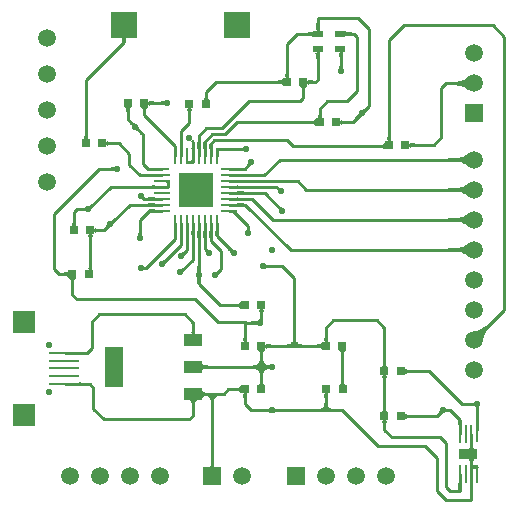
<source format=gtl>
G04*
G04 #@! TF.GenerationSoftware,Altium Limited,Altium Designer,18.1.7 (191)*
G04*
G04 Layer_Physical_Order=1*
G04 Layer_Color=255*
%FSLAX43Y43*%
%MOMM*%
G71*
G01*
G75*
%ADD19R,1.550X1.100*%
%ADD20R,1.550X3.450*%
%ADD21R,2.200X2.200*%
%ADD22R,0.850X0.600*%
%ADD23R,0.250X1.350*%
%ADD24R,1.350X0.250*%
%ADD25O,1.350X0.250*%
%ADD26R,1.900X1.900*%
%ADD27R,2.500X0.250*%
%ADD28R,0.762X0.762*%
%ADD29R,0.250X1.500*%
%ADD30O,0.250X1.500*%
%ADD31R,1.600X0.900*%
%ADD51C,0.230*%
%ADD52C,1.500*%
%ADD53R,3.000X3.000*%
%ADD54R,1.500X1.500*%
%ADD55R,1.500X1.500*%
%ADD56C,0.550*%
%ADD57C,0.580*%
%ADD58C,0.900*%
G36*
X27234Y41925D02*
X27248Y41740D01*
X27260Y41665D01*
X27275Y41601D01*
X27294Y41549D01*
X27317Y41509D01*
X27342Y41480D01*
X27372Y41463D01*
X27404Y41457D01*
X26830D01*
X26862Y41463D01*
X26892Y41480D01*
X26917Y41509D01*
X26940Y41549D01*
X26959Y41601D01*
X26974Y41665D01*
X26986Y41740D01*
X26995Y41827D01*
X27002Y42035D01*
X27232D01*
X27234Y41925D01*
D02*
G37*
G36*
X29442Y41418D02*
X29459Y41388D01*
X29488Y41363D01*
X29528Y41340D01*
X29580Y41321D01*
X29644Y41306D01*
X29719Y41294D01*
X29806Y41285D01*
X30014Y41278D01*
Y41048D01*
X29904Y41046D01*
X29719Y41032D01*
X29644Y41020D01*
X29580Y41005D01*
X29528Y40986D01*
X29488Y40963D01*
X29459Y40938D01*
X29442Y40908D01*
X29436Y40875D01*
Y41451D01*
X29442Y41418D01*
D02*
G37*
G36*
X26695Y40866D02*
X26689Y40898D01*
X26672Y40926D01*
X26643Y40951D01*
X26603Y40973D01*
X26551Y40991D01*
X26488Y41006D01*
X26413Y41018D01*
X26327Y41026D01*
X26120Y41033D01*
Y41263D01*
X26230Y41265D01*
X26414Y41279D01*
X26490Y41291D01*
X26553Y41306D01*
X26605Y41325D01*
X26646Y41348D01*
X26675Y41373D01*
X26692Y41403D01*
X26698Y41436D01*
X26695Y40866D01*
D02*
G37*
G36*
X10852Y40810D02*
X10843Y40800D01*
X10835Y40783D01*
X10828Y40759D01*
X10822Y40729D01*
X10817Y40692D01*
X10811Y40599D01*
X10809Y40478D01*
X10579D01*
X10578Y40542D01*
X10566Y40729D01*
X10560Y40759D01*
X10553Y40783D01*
X10545Y40800D01*
X10536Y40810D01*
X10526Y40813D01*
X10862D01*
X10852Y40810D01*
D02*
G37*
G36*
X29338Y39560D02*
X29308Y39543D01*
X29283Y39514D01*
X29260Y39474D01*
X29241Y39422D01*
X29226Y39359D01*
X29214Y39284D01*
X29205Y39198D01*
X29198Y38991D01*
X28968D01*
X28966Y39100D01*
X28952Y39284D01*
X28940Y39359D01*
X28925Y39422D01*
X28906Y39474D01*
X28883Y39514D01*
X28858Y39543D01*
X28828Y39560D01*
X28795Y39566D01*
X29371D01*
X29338Y39560D01*
D02*
G37*
G36*
X27372D02*
X27342Y39543D01*
X27317Y39514D01*
X27294Y39474D01*
X27275Y39422D01*
X27260Y39359D01*
X27248Y39284D01*
X27239Y39198D01*
X27232Y38991D01*
X27002D01*
X27000Y39100D01*
X26986Y39284D01*
X26974Y39359D01*
X26959Y39422D01*
X26940Y39474D01*
X26917Y39514D01*
X26892Y39543D01*
X26862Y39560D01*
X26830Y39566D01*
X27404D01*
X27372Y39560D01*
D02*
G37*
G36*
X29199Y38672D02*
X29218Y38359D01*
X29227Y38302D01*
X29237Y38255D01*
X29249Y38217D01*
X29262Y38188D01*
X29278Y38167D01*
X28888D01*
X28904Y38188D01*
X28917Y38217D01*
X28929Y38255D01*
X28939Y38302D01*
X28948Y38359D01*
X28961Y38497D01*
X28967Y38672D01*
X28968Y38773D01*
X29198D01*
X29199Y38672D01*
D02*
G37*
G36*
X24628Y37928D02*
X24642Y37744D01*
X24654Y37669D01*
X24669Y37606D01*
X24688Y37554D01*
X24711Y37514D01*
X24736Y37485D01*
X24766Y37468D01*
X24799Y37462D01*
X24223D01*
X24256Y37468D01*
X24286Y37485D01*
X24311Y37514D01*
X24334Y37554D01*
X24353Y37606D01*
X24368Y37669D01*
X24380Y37744D01*
X24389Y37830D01*
X24396Y38037D01*
X24626D01*
X24628Y37928D01*
D02*
G37*
G36*
X26289Y37339D02*
X26306Y37309D01*
X26335Y37284D01*
X26375Y37261D01*
X26427Y37242D01*
X26491Y37227D01*
X26566Y37215D01*
X26653Y37206D01*
X26861Y37199D01*
Y36969D01*
X26751Y36967D01*
X26566Y36953D01*
X26491Y36941D01*
X26427Y36926D01*
X26375Y36907D01*
X26335Y36884D01*
X26306Y36859D01*
X26289Y36829D01*
X26283Y36797D01*
Y37371D01*
X26289Y37339D01*
D02*
G37*
G36*
X24136Y36797D02*
X24130Y36829D01*
X24113Y36859D01*
X24084Y36884D01*
X24044Y36907D01*
X23992Y36926D01*
X23928Y36941D01*
X23853Y36953D01*
X23766Y36962D01*
X23558Y36969D01*
Y37199D01*
X23668Y37201D01*
X23853Y37215D01*
X23928Y37227D01*
X23992Y37242D01*
X24044Y37261D01*
X24084Y37284D01*
X24113Y37309D01*
X24130Y37339D01*
X24136Y37371D01*
Y36797D01*
D02*
G37*
G36*
X39856Y36426D02*
X39764Y36505D01*
X39654Y36576D01*
X39527Y36638D01*
X39382Y36692D01*
X39220Y36738D01*
X39040Y36775D01*
X38843Y36805D01*
X38395Y36838D01*
X38145Y36842D01*
Y37072D01*
X38395Y37076D01*
X38843Y37109D01*
X39040Y37139D01*
X39220Y37176D01*
X39382Y37222D01*
X39527Y37276D01*
X39654Y37338D01*
X39764Y37409D01*
X39856Y37488D01*
Y36426D01*
D02*
G37*
G36*
X26163Y36703D02*
X26133Y36686D01*
X26108Y36657D01*
X26085Y36617D01*
X26066Y36565D01*
X26051Y36501D01*
X26039Y36426D01*
X26030Y36339D01*
X26023Y36131D01*
X25793D01*
X25791Y36241D01*
X25777Y36426D01*
X25765Y36501D01*
X25750Y36565D01*
X25731Y36617D01*
X25708Y36657D01*
X25683Y36686D01*
X25653Y36703D01*
X25621Y36709D01*
X26195D01*
X26163Y36703D01*
D02*
G37*
G36*
X17797Y36022D02*
X17811Y35837D01*
X17823Y35762D01*
X17838Y35698D01*
X17857Y35646D01*
X17880Y35606D01*
X17905Y35577D01*
X17935Y35560D01*
X17968Y35554D01*
X17392D01*
X17425Y35560D01*
X17455Y35577D01*
X17480Y35606D01*
X17503Y35646D01*
X17522Y35698D01*
X17537Y35762D01*
X17549Y35837D01*
X17558Y35924D01*
X17565Y36132D01*
X17795D01*
X17797Y36022D01*
D02*
G37*
G36*
X14157Y35111D02*
X14136Y35127D01*
X14107Y35140D01*
X14069Y35152D01*
X14022Y35162D01*
X13965Y35171D01*
X13827Y35184D01*
X13652Y35190D01*
X13551Y35191D01*
Y35421D01*
X13652Y35422D01*
X13965Y35441D01*
X14022Y35450D01*
X14069Y35460D01*
X14107Y35472D01*
X14136Y35485D01*
X14157Y35501D01*
Y35111D01*
D02*
G37*
G36*
X12827Y35561D02*
X12844Y35531D01*
X12873Y35506D01*
X12913Y35483D01*
X12965Y35464D01*
X13029Y35449D01*
X13104Y35437D01*
X13191Y35428D01*
X13399Y35421D01*
Y35191D01*
X13289Y35189D01*
X13104Y35175D01*
X13029Y35163D01*
X12965Y35148D01*
X12913Y35129D01*
X12873Y35106D01*
X12844Y35081D01*
X12827Y35051D01*
X12821Y35019D01*
Y35593D01*
X12827Y35561D01*
D02*
G37*
G36*
X31482Y34901D02*
X31412Y34829D01*
X31204Y34594D01*
X31170Y34548D01*
X31144Y34508D01*
X31125Y34472D01*
X31114Y34442D01*
X31111Y34417D01*
X30835Y34692D01*
X30861Y34696D01*
X30891Y34707D01*
X30926Y34725D01*
X30967Y34752D01*
X31013Y34785D01*
X31120Y34874D01*
X31248Y34993D01*
X31320Y35064D01*
X31482Y34901D01*
D02*
G37*
G36*
X12701Y34922D02*
X12671Y34905D01*
X12646Y34876D01*
X12623Y34836D01*
X12604Y34784D01*
X12589Y34721D01*
X12577Y34646D01*
X12568Y34560D01*
X12561Y34353D01*
X12331D01*
X12329Y34462D01*
X12315Y34646D01*
X12303Y34721D01*
X12288Y34784D01*
X12269Y34836D01*
X12246Y34876D01*
X12221Y34905D01*
X12191Y34922D01*
X12158Y34928D01*
X12733D01*
X12701Y34922D01*
D02*
G37*
G36*
X11304D02*
X11274Y34905D01*
X11249Y34876D01*
X11226Y34836D01*
X11207Y34784D01*
X11192Y34721D01*
X11180Y34646D01*
X11171Y34560D01*
X11164Y34353D01*
X10934D01*
X10932Y34462D01*
X10918Y34646D01*
X10906Y34721D01*
X10891Y34784D01*
X10872Y34836D01*
X10849Y34876D01*
X10824Y34905D01*
X10794Y34922D01*
X10762Y34928D01*
X11337D01*
X11304Y34922D01*
D02*
G37*
G36*
X16511Y34795D02*
X16481Y34778D01*
X16456Y34749D01*
X16433Y34709D01*
X16414Y34657D01*
X16399Y34594D01*
X16387Y34519D01*
X16378Y34433D01*
X16371Y34226D01*
X16141D01*
X16139Y34335D01*
X16125Y34519D01*
X16113Y34594D01*
X16098Y34657D01*
X16079Y34709D01*
X16056Y34749D01*
X16031Y34778D01*
X16001Y34795D01*
X15969Y34801D01*
X16544D01*
X16511Y34795D01*
D02*
G37*
G36*
X27422Y34498D02*
X27436Y34313D01*
X27448Y34238D01*
X27463Y34174D01*
X27482Y34122D01*
X27505Y34082D01*
X27530Y34053D01*
X27560Y34036D01*
X27593Y34030D01*
X27017D01*
X27050Y34036D01*
X27080Y34053D01*
X27105Y34082D01*
X27128Y34122D01*
X27147Y34174D01*
X27162Y34238D01*
X27174Y34313D01*
X27183Y34400D01*
X27190Y34608D01*
X27420D01*
X27422Y34498D01*
D02*
G37*
G36*
X30836Y34142D02*
X30811Y34138D01*
X30780Y34127D01*
X30745Y34109D01*
X30704Y34082D01*
X30658Y34049D01*
X30551Y33960D01*
X30423Y33841D01*
X30351Y33770D01*
X30189Y33933D01*
X30259Y34005D01*
X30468Y34240D01*
X30501Y34286D01*
X30527Y34326D01*
X30546Y34362D01*
X30557Y34392D01*
X30561Y34417D01*
X30836Y34142D01*
D02*
G37*
G36*
X29083Y33910D02*
X29100Y33880D01*
X29129Y33855D01*
X29169Y33832D01*
X29221Y33813D01*
X29285Y33798D01*
X29360Y33786D01*
X29447Y33777D01*
X29655Y33770D01*
Y33540D01*
X29545Y33538D01*
X29360Y33524D01*
X29285Y33512D01*
X29221Y33497D01*
X29169Y33478D01*
X29129Y33455D01*
X29100Y33430D01*
X29083Y33400D01*
X29077Y33368D01*
Y33943D01*
X29083Y33910D01*
D02*
G37*
G36*
X26930Y33368D02*
X26924Y33400D01*
X26907Y33430D01*
X26878Y33455D01*
X26838Y33478D01*
X26786Y33497D01*
X26722Y33512D01*
X26647Y33524D01*
X26560Y33533D01*
X26352Y33540D01*
Y33770D01*
X26462Y33772D01*
X26647Y33786D01*
X26722Y33798D01*
X26786Y33813D01*
X26838Y33832D01*
X26878Y33855D01*
X26907Y33880D01*
X26924Y33910D01*
X26930Y33943D01*
Y33368D01*
D02*
G37*
G36*
X11272Y33850D02*
X11507Y33642D01*
X11553Y33609D01*
X11593Y33583D01*
X11629Y33564D01*
X11659Y33553D01*
X11684Y33549D01*
X11409Y33274D01*
X11405Y33299D01*
X11394Y33329D01*
X11375Y33365D01*
X11349Y33405D01*
X11316Y33451D01*
X11227Y33558D01*
X11108Y33686D01*
X11037Y33758D01*
X11200Y33921D01*
X11272Y33850D01*
D02*
G37*
G36*
X11963Y33249D02*
X11974Y33219D01*
X11993Y33183D01*
X12019Y33143D01*
X12052Y33097D01*
X12141Y32990D01*
X12260Y32862D01*
X12331Y32790D01*
X12168Y32627D01*
X12096Y32698D01*
X11861Y32906D01*
X11815Y32939D01*
X11775Y32965D01*
X11739Y32984D01*
X11709Y32995D01*
X11684Y32999D01*
X11959Y33274D01*
X11963Y33249D01*
D02*
G37*
G36*
X7610Y32720D02*
X7624Y32535D01*
X7636Y32460D01*
X7651Y32396D01*
X7670Y32344D01*
X7693Y32304D01*
X7718Y32275D01*
X7748Y32258D01*
X7780Y32252D01*
X7206D01*
X7238Y32258D01*
X7268Y32275D01*
X7293Y32304D01*
X7316Y32344D01*
X7335Y32396D01*
X7350Y32460D01*
X7362Y32535D01*
X7371Y32622D01*
X7378Y32830D01*
X7608D01*
X7610Y32720D01*
D02*
G37*
G36*
X33264Y32593D02*
X33278Y32408D01*
X33290Y32333D01*
X33305Y32269D01*
X33324Y32217D01*
X33347Y32177D01*
X33372Y32148D01*
X33402Y32131D01*
X33435Y32125D01*
X32860D01*
X32892Y32131D01*
X32922Y32148D01*
X32947Y32177D01*
X32970Y32217D01*
X32989Y32269D01*
X33004Y32333D01*
X33016Y32408D01*
X33025Y32495D01*
X33032Y32703D01*
X33262D01*
X33264Y32593D01*
D02*
G37*
G36*
X9271Y32132D02*
X9288Y32102D01*
X9317Y32077D01*
X9357Y32054D01*
X9409Y32035D01*
X9473Y32020D01*
X9548Y32008D01*
X9635Y31999D01*
X9843Y31992D01*
Y31762D01*
X9733Y31760D01*
X9548Y31746D01*
X9473Y31734D01*
X9409Y31719D01*
X9357Y31700D01*
X9317Y31677D01*
X9288Y31652D01*
X9271Y31622D01*
X9265Y31590D01*
Y32165D01*
X9271Y32132D01*
D02*
G37*
G36*
X34925Y32005D02*
X34942Y31975D01*
X34971Y31950D01*
X35011Y31927D01*
X35063Y31908D01*
X35127Y31893D01*
X35202Y31881D01*
X35289Y31872D01*
X35497Y31865D01*
Y31635D01*
X35387Y31633D01*
X35202Y31619D01*
X35127Y31607D01*
X35063Y31592D01*
X35011Y31573D01*
X34971Y31550D01*
X34942Y31525D01*
X34925Y31495D01*
X34919Y31462D01*
Y32037D01*
X34925Y32005D01*
D02*
G37*
G36*
X18167Y31441D02*
X17923D01*
X17924Y31445D01*
X17926Y31457D01*
X17927Y31505D01*
X17930Y31839D01*
X18160D01*
X18167Y31441D01*
D02*
G37*
G36*
X17667D02*
X17423D01*
X17424Y31447D01*
X17426Y31464D01*
X17429Y31723D01*
X17430Y32016D01*
X17660D01*
X17667Y31441D01*
D02*
G37*
G36*
X17167D02*
X16923D01*
X16924Y31447D01*
X16926Y31464D01*
X16929Y31723D01*
X16930Y32016D01*
X17160D01*
X17167Y31441D01*
D02*
G37*
G36*
X16667D02*
X16423D01*
X16424Y31447D01*
X16426Y31464D01*
X16429Y31723D01*
X16430Y32016D01*
X16660D01*
X16667Y31441D01*
D02*
G37*
G36*
X15667D02*
X15423D01*
X15424Y31447D01*
X15426Y31464D01*
X15429Y31723D01*
X15430Y32016D01*
X15660D01*
X15667Y31441D01*
D02*
G37*
G36*
X15167D02*
X14923D01*
X14924Y31443D01*
X14926Y31451D01*
X14927Y31463D01*
X14929Y31563D01*
X14930Y31691D01*
X15160D01*
X15167Y31441D01*
D02*
G37*
G36*
X32769Y31372D02*
X32763Y31398D01*
X32746Y31421D01*
X32717Y31441D01*
X32677Y31459D01*
X32625Y31474D01*
X32562Y31486D01*
X32487Y31496D01*
X32303Y31507D01*
X32194Y31508D01*
Y31738D01*
X32304Y31740D01*
X32488Y31754D01*
X32564Y31766D01*
X32627Y31781D01*
X32679Y31800D01*
X32720Y31823D01*
X32749Y31848D01*
X32766Y31878D01*
X32772Y31910D01*
X32769Y31372D01*
D02*
G37*
G36*
X20888Y31174D02*
X20867Y31190D01*
X20838Y31203D01*
X20800Y31215D01*
X20753Y31225D01*
X20696Y31234D01*
X20558Y31247D01*
X20383Y31253D01*
X20282Y31254D01*
Y31484D01*
X20383Y31485D01*
X20696Y31504D01*
X20753Y31513D01*
X20800Y31523D01*
X20838Y31535D01*
X20867Y31548D01*
X20888Y31564D01*
Y31174D01*
D02*
G37*
G36*
X19242Y31254D02*
X19132Y31252D01*
X18948Y31238D01*
X18873Y31226D01*
X18809Y31211D01*
X18757Y31192D01*
X18717Y31169D01*
X18687Y31144D01*
X18670Y31114D01*
X18664Y31081D01*
X18667Y31441D01*
X18673Y31449D01*
X18690Y31456D01*
X18719Y31463D01*
X18759Y31469D01*
X18874Y31477D01*
X19242Y31484D01*
Y31254D01*
D02*
G37*
G36*
X16425Y30379D02*
X16473Y30377D01*
X16545Y30376D01*
Y30146D01*
X16473Y30146D01*
X16423Y30142D01*
X16423Y30097D01*
X16419Y30106D01*
X16408Y30115D01*
X16389Y30122D01*
X16363Y30128D01*
X16329Y30134D01*
X16318Y30135D01*
X16227Y30128D01*
X16201Y30122D01*
X16182Y30115D01*
X16171Y30106D01*
X16167Y30097D01*
X16167Y30144D01*
X16117Y30146D01*
X16045Y30146D01*
Y30376D01*
X16117Y30377D01*
X16165Y30380D01*
X16164Y30450D01*
X16168Y30436D01*
X16179Y30423D01*
X16198Y30412D01*
X16225Y30403D01*
X16260Y30395D01*
X16295Y30389D01*
X16331Y30395D01*
X16365Y30403D01*
X16392Y30412D01*
X16411Y30423D01*
X16422Y30436D01*
X16426Y30450D01*
X16425Y30379D01*
D02*
G37*
G36*
X39856Y29953D02*
X39764Y30032D01*
X39654Y30103D01*
X39527Y30165D01*
X39382Y30219D01*
X39220Y30265D01*
X39040Y30302D01*
X38843Y30332D01*
X38395Y30365D01*
X38145Y30369D01*
Y30599D01*
X38395Y30603D01*
X38843Y30636D01*
X39040Y30666D01*
X39220Y30703D01*
X39382Y30749D01*
X39527Y30803D01*
X39654Y30865D01*
X39764Y30936D01*
X39856Y31015D01*
Y29953D01*
D02*
G37*
G36*
X21502Y29986D02*
X21476Y29982D01*
X21445Y29971D01*
X21409Y29952D01*
X21367Y29926D01*
X21321Y29892D01*
X21213Y29803D01*
X21085Y29684D01*
X21014Y29614D01*
X20867Y29761D01*
Y29579D01*
X20292Y29572D01*
Y29816D01*
X20298Y29815D01*
X20315Y29813D01*
X20574Y29810D01*
X20867Y29809D01*
Y29793D01*
X20921Y29848D01*
X21129Y30084D01*
X21163Y30130D01*
X21189Y30172D01*
X21208Y30208D01*
X21219Y30239D01*
X21223Y30265D01*
X21502Y29986D01*
D02*
G37*
G36*
X13420Y29570D02*
X13405Y29571D01*
X13380Y29573D01*
X12797Y29579D01*
Y29809D01*
X13420Y29818D01*
Y29570D01*
D02*
G37*
G36*
X9966Y29523D02*
X9945Y29539D01*
X9916Y29552D01*
X9878Y29564D01*
X9831Y29574D01*
X9774Y29583D01*
X9636Y29596D01*
X9461Y29602D01*
X9360Y29603D01*
Y29833D01*
X9461Y29834D01*
X9774Y29853D01*
X9831Y29862D01*
X9878Y29872D01*
X9916Y29884D01*
X9945Y29897D01*
X9966Y29913D01*
Y29523D01*
D02*
G37*
G36*
X20298Y29315D02*
X20315Y29313D01*
X20574Y29310D01*
X20867Y29309D01*
Y29079D01*
X20292Y29072D01*
Y29316D01*
X20298Y29315D01*
D02*
G37*
G36*
X13298Y29072D02*
X13292Y29073D01*
X13275Y29075D01*
X13016Y29078D01*
X12723Y29079D01*
Y29309D01*
X13298Y29316D01*
Y29072D01*
D02*
G37*
G36*
X14593Y28622D02*
X14597Y28572D01*
X14642Y28572D01*
X14633Y28568D01*
X14624Y28557D01*
X14617Y28538D01*
X14611Y28512D01*
X14605Y28478D01*
X14604Y28467D01*
X14611Y28376D01*
X14617Y28350D01*
X14624Y28331D01*
X14633Y28320D01*
X14642Y28316D01*
X14595Y28316D01*
X14593Y28266D01*
X14593Y28194D01*
X14363D01*
X14362Y28266D01*
X14359Y28314D01*
X14289Y28313D01*
X14303Y28317D01*
X14316Y28328D01*
X14327Y28347D01*
X14336Y28374D01*
X14344Y28409D01*
X14350Y28444D01*
X14344Y28479D01*
X14336Y28514D01*
X14327Y28541D01*
X14316Y28560D01*
X14303Y28571D01*
X14289Y28575D01*
X14360Y28574D01*
X14362Y28622D01*
X14363Y28694D01*
X14593D01*
X14593Y28622D01*
D02*
G37*
G36*
X20298Y28815D02*
X20315Y28813D01*
X20574Y28810D01*
X20867Y28809D01*
Y28579D01*
X20292Y28572D01*
Y28816D01*
X20298Y28815D01*
D02*
G37*
G36*
Y28315D02*
X20315Y28313D01*
X20574Y28310D01*
X20867Y28309D01*
Y28079D01*
X20292Y28072D01*
Y28316D01*
X20298Y28315D01*
D02*
G37*
G36*
X13298Y28072D02*
X13292Y28073D01*
X13275Y28075D01*
X13016Y28078D01*
X12723Y28079D01*
Y28309D01*
X13298Y28316D01*
Y28072D01*
D02*
G37*
G36*
X20298Y27815D02*
X20315Y27813D01*
X20574Y27810D01*
X20867Y27809D01*
Y27579D01*
X20292Y27572D01*
Y27816D01*
X20298Y27815D01*
D02*
G37*
G36*
X39856Y27413D02*
X39764Y27492D01*
X39654Y27563D01*
X39527Y27625D01*
X39382Y27679D01*
X39220Y27725D01*
X39040Y27762D01*
X38843Y27792D01*
X38395Y27825D01*
X38145Y27829D01*
Y28059D01*
X38395Y28063D01*
X38843Y28096D01*
X39040Y28126D01*
X39220Y28163D01*
X39382Y28209D01*
X39527Y28263D01*
X39654Y28325D01*
X39764Y28396D01*
X39856Y28475D01*
Y27413D01*
D02*
G37*
G36*
X13298Y27072D02*
X13292Y27073D01*
X13275Y27075D01*
X13016Y27078D01*
X12723Y27079D01*
Y27309D01*
X13298Y27316D01*
Y27072D01*
D02*
G37*
G36*
X20298Y27309D02*
X20315Y27302D01*
X20344Y27296D01*
X20384Y27291D01*
X20499Y27283D01*
X20867Y27277D01*
Y27047D01*
X20292Y27072D01*
Y27316D01*
X20298Y27309D01*
D02*
G37*
G36*
X13298Y26572D02*
X13292Y26573D01*
X13275Y26575D01*
X13016Y26578D01*
X12723Y26579D01*
Y26809D01*
X13298Y26816D01*
Y26572D01*
D02*
G37*
G36*
X20298Y26812D02*
X20315Y26808D01*
X20344Y26804D01*
X20436Y26799D01*
X20867Y26793D01*
Y26563D01*
X20292Y26572D01*
Y26816D01*
X20298Y26812D01*
D02*
G37*
G36*
X8343Y26773D02*
X8273Y26701D01*
X8064Y26466D01*
X8031Y26420D01*
X8005Y26380D01*
X7986Y26344D01*
X7975Y26314D01*
X7971Y26289D01*
X7696Y26564D01*
X7721Y26568D01*
X7752Y26579D01*
X7787Y26597D01*
X7828Y26624D01*
X7874Y26657D01*
X7981Y26746D01*
X8109Y26865D01*
X8181Y26936D01*
X8343Y26773D01*
D02*
G37*
G36*
X23718Y26770D02*
X23953Y26562D01*
X23999Y26529D01*
X24039Y26503D01*
X24075Y26484D01*
X24105Y26473D01*
X24130Y26469D01*
X23855Y26194D01*
X23851Y26219D01*
X23840Y26249D01*
X23822Y26285D01*
X23795Y26325D01*
X23762Y26371D01*
X23673Y26478D01*
X23554Y26606D01*
X23483Y26678D01*
X23646Y26841D01*
X23718Y26770D01*
D02*
G37*
G36*
X7502Y26094D02*
X7482Y26110D01*
X7452Y26123D01*
X7414Y26135D01*
X7367Y26145D01*
X7311Y26154D01*
X7172Y26167D01*
X6997Y26173D01*
X6897Y26174D01*
Y26404D01*
X6997Y26405D01*
X7311Y26424D01*
X7367Y26433D01*
X7414Y26443D01*
X7452Y26455D01*
X7482Y26468D01*
X7502Y26484D01*
Y26094D01*
D02*
G37*
G36*
X13298Y26072D02*
X13294Y26073D01*
X13280Y26075D01*
X13228Y26076D01*
X12859Y26079D01*
Y26309D01*
X13298Y26316D01*
Y26072D01*
D02*
G37*
G36*
X20258Y26229D02*
X20241Y26205D01*
X20239Y26171D01*
X20252Y26127D01*
X20278Y26074D01*
X20319Y26012D01*
X20374Y25939D01*
X20528Y25766D01*
X20627Y25665D01*
X20301D01*
X20212Y25752D01*
X19976Y25952D01*
X19909Y25998D01*
X19846Y26034D01*
X19789Y26059D01*
X19738Y26075D01*
X19692Y26080D01*
X19651Y26075D01*
X20289Y26244D01*
X20258Y26229D01*
D02*
G37*
G36*
X10172Y25503D02*
X10101Y25431D01*
X9893Y25196D01*
X9860Y25150D01*
X9833Y25110D01*
X9815Y25074D01*
X9804Y25044D01*
X9800Y25019D01*
X9525Y25294D01*
X9550Y25298D01*
X9580Y25309D01*
X9616Y25327D01*
X9656Y25354D01*
X9702Y25387D01*
X9809Y25476D01*
X9937Y25595D01*
X10009Y25666D01*
X10172Y25503D01*
D02*
G37*
G36*
X6594Y25354D02*
X6608Y25169D01*
X6620Y25094D01*
X6635Y25030D01*
X6654Y24978D01*
X6677Y24938D01*
X6702Y24909D01*
X6732Y24892D01*
X6765Y24886D01*
X6189D01*
X6222Y24892D01*
X6252Y24909D01*
X6277Y24938D01*
X6300Y24978D01*
X6319Y25030D01*
X6334Y25094D01*
X6346Y25169D01*
X6355Y25256D01*
X6362Y25464D01*
X6592D01*
X6594Y25354D01*
D02*
G37*
G36*
X39856Y24873D02*
X39764Y24952D01*
X39654Y25023D01*
X39527Y25085D01*
X39382Y25139D01*
X39220Y25185D01*
X39040Y25222D01*
X38843Y25252D01*
X38395Y25285D01*
X38145Y25289D01*
Y25519D01*
X38395Y25523D01*
X38843Y25556D01*
X39040Y25586D01*
X39220Y25623D01*
X39382Y25669D01*
X39527Y25723D01*
X39654Y25785D01*
X39764Y25856D01*
X39856Y25935D01*
Y24873D01*
D02*
G37*
G36*
X21324Y24843D02*
X21344Y24535D01*
X21350Y24510D01*
X21357Y24493D01*
X21364Y24484D01*
X21054D01*
X21061Y24493D01*
X21068Y24510D01*
X21074Y24535D01*
X21079Y24567D01*
X21088Y24654D01*
X21094Y24843D01*
X21094Y24921D01*
X21324D01*
X21324Y24843D01*
D02*
G37*
G36*
X9502Y24745D02*
X9483Y24743D01*
X9460Y24735D01*
X9431Y24719D01*
X9398Y24698D01*
X9360Y24670D01*
X9270Y24593D01*
X9098Y24430D01*
X8936Y24592D01*
X8997Y24654D01*
X9204Y24892D01*
X9225Y24925D01*
X9241Y24954D01*
X9249Y24977D01*
X9251Y24996D01*
X9502Y24745D01*
D02*
G37*
G36*
X8255Y24766D02*
X8272Y24736D01*
X8301Y24711D01*
X8341Y24688D01*
X8393Y24669D01*
X8457Y24654D01*
X8532Y24642D01*
X8619Y24633D01*
X8827Y24626D01*
Y24396D01*
X8717Y24394D01*
X8532Y24380D01*
X8457Y24368D01*
X8393Y24353D01*
X8341Y24334D01*
X8301Y24311D01*
X8272Y24286D01*
X8255Y24256D01*
X8249Y24223D01*
Y24799D01*
X8255Y24766D01*
D02*
G37*
G36*
X12181Y24575D02*
X12200Y24262D01*
X12209Y24205D01*
X12219Y24158D01*
X12231Y24120D01*
X12244Y24091D01*
X12260Y24070D01*
X11870D01*
X11886Y24091D01*
X11899Y24120D01*
X11911Y24158D01*
X11921Y24205D01*
X11930Y24262D01*
X11943Y24400D01*
X11949Y24575D01*
X11950Y24676D01*
X12180D01*
X12181Y24575D01*
D02*
G37*
G36*
X18666Y24443D02*
X18664Y24431D01*
X18663Y24384D01*
X18660Y24051D01*
X18430D01*
X18423Y24447D01*
X18667D01*
X18666Y24443D01*
D02*
G37*
G36*
X18166Y24441D02*
X18164Y24424D01*
X18161Y24165D01*
X18160Y23872D01*
X17930D01*
X17923Y24447D01*
X18167D01*
X18166Y24441D01*
D02*
G37*
G36*
X17666D02*
X17664Y24424D01*
X17661Y24165D01*
X17660Y23872D01*
X17430D01*
X17423Y24447D01*
X17667D01*
X17666Y24441D01*
D02*
G37*
G36*
X17163D02*
X17159Y24424D01*
X17155Y24395D01*
X17150Y24303D01*
X17144Y23872D01*
X16914D01*
X16923Y24447D01*
X17167D01*
X17163Y24441D01*
D02*
G37*
G36*
X16666D02*
X16664Y24424D01*
X16661Y24165D01*
X16660Y23872D01*
X16430D01*
X16423Y24447D01*
X16667D01*
X16666Y24441D01*
D02*
G37*
G36*
X16166D02*
X16164Y24424D01*
X16161Y24165D01*
X16160Y23872D01*
X15930D01*
X15923Y24447D01*
X16167D01*
X16166Y24441D01*
D02*
G37*
G36*
X15666D02*
X15664Y24424D01*
X15661Y24165D01*
X15660Y23872D01*
X15430D01*
X15423Y24447D01*
X15667D01*
X15666Y24441D01*
D02*
G37*
G36*
X15166D02*
X15164Y24424D01*
X15161Y24165D01*
X15160Y23872D01*
X14930D01*
X14923Y24447D01*
X15167D01*
X15166Y24441D01*
D02*
G37*
G36*
X8129Y24127D02*
X8099Y24110D01*
X8074Y24081D01*
X8051Y24041D01*
X8032Y23989D01*
X8017Y23926D01*
X8005Y23851D01*
X7996Y23765D01*
X7989Y23558D01*
X7759D01*
X7757Y23667D01*
X7743Y23851D01*
X7731Y23926D01*
X7716Y23989D01*
X7697Y24041D01*
X7674Y24081D01*
X7649Y24110D01*
X7619Y24127D01*
X7587Y24133D01*
X8161D01*
X8129Y24127D01*
D02*
G37*
G36*
X19578Y23182D02*
X19813Y22974D01*
X19859Y22941D01*
X19899Y22914D01*
X19935Y22896D01*
X19965Y22885D01*
X19990Y22881D01*
X19715Y22606D01*
X19711Y22631D01*
X19700Y22661D01*
X19682Y22697D01*
X19655Y22737D01*
X19622Y22783D01*
X19533Y22890D01*
X19414Y23018D01*
X19343Y23090D01*
X19506Y23253D01*
X19578Y23182D01*
D02*
G37*
G36*
X16126Y22771D02*
X16066Y22710D01*
X15864Y22479D01*
X15843Y22447D01*
X15828Y22420D01*
X15820Y22398D01*
X15818Y22381D01*
X15574Y22625D01*
X15591Y22627D01*
X15613Y22635D01*
X15640Y22650D01*
X15672Y22671D01*
X15708Y22698D01*
X15796Y22773D01*
X15964Y22933D01*
X16126Y22771D01*
D02*
G37*
G36*
X39856Y22333D02*
X39764Y22412D01*
X39654Y22483D01*
X39527Y22545D01*
X39382Y22599D01*
X39220Y22645D01*
X39040Y22682D01*
X38843Y22712D01*
X38395Y22745D01*
X38145Y22749D01*
Y22979D01*
X38395Y22983D01*
X38843Y23016D01*
X39040Y23046D01*
X39220Y23083D01*
X39382Y23129D01*
X39527Y23183D01*
X39654Y23245D01*
X39764Y23316D01*
X39856Y23395D01*
Y22333D01*
D02*
G37*
G36*
X14550Y22141D02*
X14480Y22069D01*
X14271Y21834D01*
X14238Y21788D01*
X14212Y21747D01*
X14193Y21712D01*
X14182Y21681D01*
X14178Y21656D01*
X13903Y21932D01*
X13928Y21935D01*
X13959Y21946D01*
X13994Y21965D01*
X14035Y21991D01*
X14081Y22025D01*
X14188Y22114D01*
X14316Y22233D01*
X14388Y22303D01*
X14550Y22141D01*
D02*
G37*
G36*
X22694Y21642D02*
X22723Y21629D01*
X22761Y21617D01*
X22808Y21607D01*
X22865Y21598D01*
X23003Y21585D01*
X23178Y21579D01*
X23279Y21578D01*
X23279Y21348D01*
X23178Y21347D01*
X22865Y21328D01*
X22808Y21319D01*
X22761Y21309D01*
X22723Y21297D01*
X22694Y21284D01*
X22673Y21268D01*
Y21658D01*
X22694Y21642D01*
D02*
G37*
G36*
X7990Y21672D02*
X8011Y21413D01*
X8023Y21350D01*
X8038Y21298D01*
X8056Y21258D01*
X8076Y21229D01*
X8099Y21212D01*
X8125Y21206D01*
X7587Y21203D01*
X7619Y21209D01*
X7649Y21226D01*
X7674Y21255D01*
X7697Y21296D01*
X7716Y21348D01*
X7731Y21411D01*
X7743Y21487D01*
X7752Y21573D01*
X7759Y21781D01*
X7989D01*
X7990Y21672D01*
D02*
G37*
G36*
X16141Y21439D02*
X16070Y21367D01*
X15862Y21132D01*
X15829Y21086D01*
X15802Y21046D01*
X15784Y21010D01*
X15773Y20980D01*
X15769Y20955D01*
X15494Y21230D01*
X15519Y21234D01*
X15549Y21245D01*
X15585Y21264D01*
X15625Y21290D01*
X15671Y21323D01*
X15778Y21412D01*
X15906Y21531D01*
X15978Y21602D01*
X16141Y21439D01*
D02*
G37*
G36*
X17145Y21400D02*
X17164Y21087D01*
X17173Y21030D01*
X17183Y20983D01*
X17195Y20945D01*
X17208Y20916D01*
X17224Y20895D01*
X16834D01*
X16850Y20916D01*
X16863Y20945D01*
X16875Y20983D01*
X16885Y21030D01*
X16894Y21087D01*
X16907Y21225D01*
X16913Y21400D01*
X16914Y21501D01*
X17144D01*
X17145Y21400D01*
D02*
G37*
G36*
X19004Y21128D02*
X18943Y21066D01*
X18736Y20828D01*
X18715Y20795D01*
X18699Y20766D01*
X18691Y20743D01*
X18689Y20724D01*
X18438Y20975D01*
X18457Y20977D01*
X18480Y20985D01*
X18509Y21001D01*
X18542Y21022D01*
X18580Y21050D01*
X18670Y21127D01*
X18842Y21290D01*
X19004Y21128D01*
D02*
G37*
G36*
X5975Y20541D02*
X5969Y20573D01*
X5952Y20603D01*
X5923Y20628D01*
X5883Y20651D01*
X5831Y20670D01*
X5767Y20685D01*
X5692Y20697D01*
X5605Y20706D01*
X5397Y20713D01*
Y20943D01*
X5507Y20945D01*
X5692Y20959D01*
X5767Y20971D01*
X5831Y20986D01*
X5883Y21005D01*
X5923Y21028D01*
X5952Y21053D01*
X5969Y21083D01*
X5975Y21115D01*
Y20541D01*
D02*
G37*
G36*
X17205Y20484D02*
X17192Y20457D01*
X17181Y20422D01*
X17171Y20379D01*
X17163Y20328D01*
X17151Y20201D01*
X17145Y20042D01*
X17144Y19950D01*
X16914D01*
X16913Y20042D01*
X16895Y20328D01*
X16887Y20379D01*
X16877Y20422D01*
X16866Y20457D01*
X16853Y20484D01*
X16839Y20503D01*
X17219D01*
X17205Y20484D01*
D02*
G37*
G36*
X6605Y20444D02*
X6575Y20427D01*
X6550Y20398D01*
X6527Y20358D01*
X6508Y20306D01*
X6493Y20243D01*
X6481Y20168D01*
X6472Y20082D01*
X6465Y19875D01*
X6235D01*
X6233Y19984D01*
X6219Y20168D01*
X6207Y20243D01*
X6192Y20306D01*
X6173Y20358D01*
X6150Y20398D01*
X6125Y20427D01*
X6095Y20444D01*
X6062Y20450D01*
X6637D01*
X6605Y20444D01*
D02*
G37*
G36*
X20580Y17874D02*
X20574Y17906D01*
X20557Y17936D01*
X20528Y17961D01*
X20488Y17984D01*
X20436Y18003D01*
X20372Y18018D01*
X20297Y18030D01*
X20210Y18039D01*
X20002Y18046D01*
Y18276D01*
X20112Y18278D01*
X20297Y18292D01*
X20372Y18304D01*
X20436Y18319D01*
X20488Y18338D01*
X20528Y18361D01*
X20557Y18386D01*
X20574Y18416D01*
X20580Y18448D01*
Y17874D01*
D02*
G37*
G36*
X22607Y17777D02*
X22577Y17760D01*
X22552Y17731D01*
X22529Y17691D01*
X22510Y17639D01*
X22495Y17576D01*
X22483Y17501D01*
X22474Y17415D01*
X22467Y17208D01*
X22462D01*
X22450Y16849D01*
X22106Y16939D01*
X22131Y16956D01*
X22153Y16982D01*
X22173Y17017D01*
X22190Y17061D01*
X22204Y17115D01*
X22216Y17177D01*
X22225Y17248D01*
X22232Y17360D01*
X22221Y17501D01*
X22209Y17576D01*
X22194Y17639D01*
X22175Y17691D01*
X22152Y17731D01*
X22127Y17760D01*
X22097Y17777D01*
X22065Y17783D01*
X22639D01*
X22607Y17777D01*
D02*
G37*
G36*
X22031Y16496D02*
X22010Y16512D01*
X21981Y16525D01*
X21943Y16537D01*
X21896Y16547D01*
X21839Y16556D01*
X21701Y16569D01*
X21526Y16575D01*
X21425Y16576D01*
Y16806D01*
X21526Y16807D01*
X21839Y16826D01*
X21896Y16835D01*
X21943Y16845D01*
X21981Y16857D01*
X22010Y16870D01*
X22031Y16886D01*
Y16496D01*
D02*
G37*
G36*
X16700Y16266D02*
X16714Y16081D01*
X16726Y16006D01*
X16741Y15942D01*
X16760Y15890D01*
X16783Y15850D01*
X16808Y15821D01*
X16838Y15804D01*
X16871Y15798D01*
X16295D01*
X16328Y15804D01*
X16358Y15821D01*
X16383Y15850D01*
X16406Y15890D01*
X16425Y15942D01*
X16440Y16006D01*
X16452Y16081D01*
X16461Y16168D01*
X16468Y16376D01*
X16698D01*
X16700Y16266D01*
D02*
G37*
G36*
X42052Y16747D02*
X41878Y16568D01*
X41585Y16227D01*
X41466Y16067D01*
X41365Y15914D01*
X41283Y15766D01*
X41219Y15626D01*
X41173Y15492D01*
X41145Y15364D01*
X41136Y15244D01*
X40386Y15994D01*
X40506Y16003D01*
X40634Y16031D01*
X40768Y16077D01*
X40908Y16141D01*
X41056Y16223D01*
X41209Y16324D01*
X41369Y16443D01*
X41710Y16736D01*
X41889Y16910D01*
X42052Y16747D01*
D02*
G37*
G36*
X27930Y15576D02*
X27944Y15392D01*
X27956Y15317D01*
X27971Y15254D01*
X27990Y15202D01*
X28013Y15162D01*
X28038Y15133D01*
X28068Y15116D01*
X28101Y15110D01*
X27525D01*
X27558Y15116D01*
X27588Y15133D01*
X27613Y15162D01*
X27636Y15202D01*
X27655Y15254D01*
X27670Y15317D01*
X27682Y15392D01*
X27691Y15478D01*
X27698Y15685D01*
X27928D01*
X27930Y15576D01*
D02*
G37*
G36*
X21072Y15575D02*
X21086Y15390D01*
X21098Y15315D01*
X21113Y15251D01*
X21132Y15199D01*
X21155Y15159D01*
X21180Y15130D01*
X21210Y15113D01*
X21243Y15107D01*
X20667D01*
X20700Y15113D01*
X20730Y15130D01*
X20755Y15159D01*
X20778Y15199D01*
X20797Y15251D01*
X20812Y15315D01*
X20824Y15390D01*
X20833Y15477D01*
X20840Y15685D01*
X21070D01*
X21072Y15575D01*
D02*
G37*
G36*
X25267Y15406D02*
X25284Y15289D01*
X25313Y15185D01*
X25353Y15095D01*
X25405Y15019D01*
X25468Y14957D01*
X25543Y14909D01*
X25629Y14875D01*
X25727Y14854D01*
X25836Y14847D01*
X25146Y14617D01*
X24456Y14847D01*
X24565Y14854D01*
X24663Y14875D01*
X24749Y14909D01*
X24824Y14957D01*
X24887Y15019D01*
X24939Y15095D01*
X24979Y15185D01*
X25008Y15289D01*
X25025Y15406D01*
X25031Y15537D01*
X25261D01*
X25267Y15406D01*
D02*
G37*
G36*
X27438Y14444D02*
X27432Y14477D01*
X27415Y14507D01*
X27386Y14532D01*
X27346Y14555D01*
X27294Y14574D01*
X27230Y14589D01*
X27155Y14601D01*
X27068Y14610D01*
X26860Y14617D01*
Y14847D01*
X26970Y14849D01*
X27155Y14863D01*
X27230Y14875D01*
X27294Y14890D01*
X27346Y14909D01*
X27386Y14932D01*
X27415Y14957D01*
X27432Y14987D01*
X27438Y15019D01*
Y14444D01*
D02*
G37*
G36*
X22733Y14987D02*
X22750Y14957D01*
X22779Y14932D01*
X22819Y14909D01*
X22871Y14890D01*
X22935Y14875D01*
X23010Y14863D01*
X23097Y14854D01*
X23305Y14847D01*
Y14617D01*
X23195Y14615D01*
X23010Y14601D01*
X22935Y14589D01*
X22871Y14574D01*
X22819Y14555D01*
X22779Y14532D01*
X22750Y14507D01*
X22733Y14477D01*
X22727Y14444D01*
Y15019D01*
X22733Y14987D01*
D02*
G37*
G36*
X6920Y14245D02*
X6937Y14242D01*
X6966Y14239D01*
X7121Y14232D01*
X7489Y14229D01*
Y13999D01*
X6914Y14005D01*
Y14249D01*
X6920Y14245D01*
D02*
G37*
G36*
X29465Y14351D02*
X29435Y14334D01*
X29410Y14305D01*
X29387Y14265D01*
X29368Y14213D01*
X29353Y14149D01*
X29341Y14074D01*
X29332Y13987D01*
X29325Y13779D01*
X29095D01*
X29093Y13889D01*
X29079Y14074D01*
X29067Y14149D01*
X29052Y14213D01*
X29033Y14265D01*
X29010Y14305D01*
X28985Y14334D01*
X28955Y14351D01*
X28923Y14357D01*
X29497D01*
X29465Y14351D01*
D02*
G37*
G36*
X22607Y14348D02*
X22577Y14331D01*
X22552Y14302D01*
X22529Y14262D01*
X22510Y14210D01*
X22495Y14147D01*
X22483Y14072D01*
X22474Y13986D01*
X22467Y13779D01*
X22237D01*
X22235Y13888D01*
X22221Y14072D01*
X22209Y14147D01*
X22194Y14210D01*
X22175Y14262D01*
X22152Y14302D01*
X22127Y14331D01*
X22097Y14348D01*
X22065Y14354D01*
X22639D01*
X22607Y14348D01*
D02*
G37*
G36*
X32883Y13416D02*
X32897Y13231D01*
X32909Y13156D01*
X32924Y13092D01*
X32943Y13040D01*
X32966Y13000D01*
X32991Y12971D01*
X33021Y12954D01*
X33054Y12948D01*
X32479D01*
X32511Y12954D01*
X32541Y12971D01*
X32566Y13000D01*
X32589Y13040D01*
X32608Y13092D01*
X32623Y13156D01*
X32635Y13231D01*
X32644Y13318D01*
X32651Y13526D01*
X32881D01*
X32883Y13416D01*
D02*
G37*
G36*
X22474Y13628D02*
X22495Y13511D01*
X22529Y13407D01*
X22577Y13317D01*
X22639Y13241D01*
X22715Y13179D01*
X22805Y13131D01*
X22907Y13097D01*
X22912Y13098D01*
X22959Y13108D01*
X22997Y13120D01*
X23026Y13133D01*
X23047Y13149D01*
Y13075D01*
X23157Y13069D01*
Y12839D01*
X23047Y12833D01*
Y12759D01*
X23026Y12775D01*
X22997Y12788D01*
X22959Y12800D01*
X22912Y12810D01*
X22907Y12811D01*
X22805Y12777D01*
X22715Y12729D01*
X22639Y12667D01*
X22577Y12591D01*
X22529Y12501D01*
X22495Y12397D01*
X22474Y12280D01*
X22467Y12149D01*
X22237D01*
X22230Y12280D01*
X22209Y12397D01*
X22175Y12501D01*
X22127Y12591D01*
X22065Y12667D01*
X21989Y12729D01*
X21899Y12777D01*
X21795Y12811D01*
X21678Y12832D01*
X21547Y12839D01*
Y13069D01*
X21678Y13076D01*
X21795Y13097D01*
X21899Y13131D01*
X21989Y13179D01*
X22065Y13241D01*
X22127Y13317D01*
X22175Y13407D01*
X22209Y13511D01*
X22230Y13628D01*
X22237Y13759D01*
X22467D01*
X22474Y13628D01*
D02*
G37*
G36*
X17361Y13209D02*
X17378Y13179D01*
X17407Y13154D01*
X17447Y13131D01*
X17499Y13112D01*
X17562Y13097D01*
X17637Y13085D01*
X17723Y13076D01*
X17930Y13069D01*
Y12839D01*
X17821Y12837D01*
X17637Y12823D01*
X17562Y12811D01*
X17499Y12796D01*
X17447Y12777D01*
X17407Y12754D01*
X17378Y12729D01*
X17361Y12699D01*
X17355Y12667D01*
Y13241D01*
X17361Y13209D01*
D02*
G37*
G36*
X34544Y12828D02*
X34561Y12798D01*
X34590Y12773D01*
X34630Y12750D01*
X34682Y12731D01*
X34746Y12716D01*
X34821Y12704D01*
X34908Y12695D01*
X35116Y12688D01*
Y12458D01*
X35006Y12456D01*
X34821Y12442D01*
X34746Y12430D01*
X34682Y12415D01*
X34630Y12396D01*
X34590Y12373D01*
X34561Y12348D01*
X34544Y12318D01*
X34538Y12285D01*
Y12861D01*
X34544Y12828D01*
D02*
G37*
G36*
X33021Y12189D02*
X32991Y12172D01*
X32966Y12143D01*
X32943Y12103D01*
X32924Y12051D01*
X32909Y11988D01*
X32897Y11913D01*
X32888Y11827D01*
X32881Y11620D01*
X32651D01*
X32649Y11729D01*
X32635Y11913D01*
X32623Y11988D01*
X32608Y12051D01*
X32589Y12103D01*
X32566Y12143D01*
X32541Y12172D01*
X32511Y12189D01*
X32479Y12195D01*
X33054D01*
X33021Y12189D01*
D02*
G37*
G36*
X29327Y11893D02*
X29341Y11709D01*
X29353Y11634D01*
X29368Y11571D01*
X29387Y11519D01*
X29410Y11479D01*
X29435Y11450D01*
X29465Y11433D01*
X29497Y11427D01*
X28923D01*
X28955Y11433D01*
X28985Y11450D01*
X29010Y11479D01*
X29033Y11519D01*
X29052Y11571D01*
X29067Y11634D01*
X29079Y11709D01*
X29088Y11795D01*
X29095Y12002D01*
X29325D01*
X29327Y11893D01*
D02*
G37*
G36*
X22469Y11892D02*
X22483Y11707D01*
X22495Y11632D01*
X22510Y11568D01*
X22529Y11516D01*
X22552Y11476D01*
X22577Y11447D01*
X22607Y11430D01*
X22639Y11424D01*
X22065D01*
X22097Y11430D01*
X22127Y11447D01*
X22152Y11476D01*
X22175Y11516D01*
X22194Y11568D01*
X22209Y11632D01*
X22221Y11707D01*
X22230Y11794D01*
X22237Y12002D01*
X22467D01*
X22469Y11892D01*
D02*
G37*
G36*
X6920Y11645D02*
X6937Y11642D01*
X6966Y11639D01*
X7121Y11632D01*
X7489Y11629D01*
Y11399D01*
X6914Y11405D01*
Y11649D01*
X6920Y11645D01*
D02*
G37*
G36*
X20580Y10762D02*
X20574Y10794D01*
X20557Y10824D01*
X20528Y10849D01*
X20488Y10872D01*
X20436Y10891D01*
X20372Y10906D01*
X20297Y10918D01*
X20210Y10927D01*
X20002Y10934D01*
Y11164D01*
X20112Y11166D01*
X20297Y11180D01*
X20372Y11192D01*
X20436Y11207D01*
X20488Y11226D01*
X20528Y11249D01*
X20557Y11274D01*
X20574Y11304D01*
X20580Y11337D01*
Y10762D01*
D02*
G37*
G36*
X28068Y10668D02*
X28038Y10651D01*
X28013Y10622D01*
X27990Y10582D01*
X27971Y10530D01*
X27956Y10466D01*
X27944Y10391D01*
X27935Y10304D01*
X27928Y10096D01*
X27698D01*
X27696Y10206D01*
X27682Y10391D01*
X27670Y10466D01*
X27655Y10530D01*
X27636Y10582D01*
X27613Y10622D01*
X27588Y10651D01*
X27558Y10668D01*
X27525Y10674D01*
X28101D01*
X28068Y10668D01*
D02*
G37*
G36*
X21210Y10665D02*
X21180Y10648D01*
X21155Y10619D01*
X21132Y10579D01*
X21113Y10527D01*
X21098Y10464D01*
X21086Y10389D01*
X21077Y10303D01*
X21070Y10096D01*
X20840D01*
X20838Y10205D01*
X20824Y10389D01*
X20812Y10464D01*
X20797Y10527D01*
X20778Y10579D01*
X20755Y10619D01*
X20730Y10648D01*
X20700Y10665D01*
X20667Y10671D01*
X21243D01*
X21210Y10665D01*
D02*
G37*
G36*
X17361Y10901D02*
X17378Y10871D01*
X17407Y10846D01*
X17447Y10823D01*
X17499Y10804D01*
X17562Y10789D01*
X17637Y10777D01*
X17723Y10768D01*
X17930Y10761D01*
Y10675D01*
X18188Y10761D01*
X18878Y10531D01*
X18769Y10524D01*
X18671Y10503D01*
X18585Y10469D01*
X18510Y10421D01*
X18447Y10358D01*
X18395Y10283D01*
X18355Y10193D01*
X18326Y10089D01*
X18309Y9972D01*
X18303Y9841D01*
X18073D01*
X18067Y9972D01*
X18050Y10089D01*
X18021Y10193D01*
X17981Y10283D01*
X17929Y10358D01*
X17866Y10421D01*
X17791Y10469D01*
X17705Y10503D01*
X17645Y10516D01*
X17637Y10515D01*
X17562Y10503D01*
X17499Y10488D01*
X17447Y10469D01*
X17407Y10446D01*
X17378Y10421D01*
X17361Y10391D01*
X17355Y10358D01*
Y10933D01*
X17361Y10901D01*
D02*
G37*
G36*
X16838Y10104D02*
X16808Y10087D01*
X16783Y10058D01*
X16760Y10018D01*
X16741Y9966D01*
X16726Y9902D01*
X16714Y9827D01*
X16705Y9740D01*
X16698Y9532D01*
X16468D01*
X16466Y9642D01*
X16452Y9827D01*
X16440Y9902D01*
X16425Y9966D01*
X16406Y10018D01*
X16383Y10058D01*
X16358Y10087D01*
X16328Y10104D01*
X16295Y10110D01*
X16871D01*
X16838Y10104D01*
D02*
G37*
G36*
X27934Y9945D02*
X27951Y9828D01*
X27980Y9724D01*
X28020Y9634D01*
X28072Y9559D01*
X28135Y9496D01*
X28210Y9448D01*
X28296Y9414D01*
X28394Y9393D01*
X28503Y9386D01*
X27813Y9156D01*
X27123Y9386D01*
X27232Y9393D01*
X27330Y9414D01*
X27416Y9448D01*
X27491Y9496D01*
X27554Y9559D01*
X27606Y9634D01*
X27646Y9724D01*
X27675Y9828D01*
X27692Y9945D01*
X27698Y10076D01*
X27928D01*
X27934Y9945D01*
D02*
G37*
G36*
X32883Y9606D02*
X32897Y9421D01*
X32909Y9346D01*
X32924Y9282D01*
X32943Y9230D01*
X32966Y9190D01*
X32991Y9161D01*
X33021Y9144D01*
X33054Y9138D01*
X32479D01*
X32511Y9144D01*
X32541Y9161D01*
X32566Y9190D01*
X32589Y9230D01*
X32608Y9282D01*
X32623Y9346D01*
X32635Y9421D01*
X32644Y9508D01*
X32651Y9716D01*
X32881D01*
X32883Y9606D01*
D02*
G37*
G36*
X37965Y9401D02*
X37977Y9398D01*
X37997Y9395D01*
X38057Y9391D01*
X38260Y9386D01*
X38328Y9386D01*
Y9156D01*
X37959Y9137D01*
Y9405D01*
X37965Y9401D01*
D02*
G37*
G36*
X23456Y9450D02*
X23485Y9437D01*
X23523Y9425D01*
X23570Y9415D01*
X23627Y9406D01*
X23765Y9393D01*
X23940Y9387D01*
X24041Y9386D01*
Y9156D01*
X23940Y9155D01*
X23627Y9136D01*
X23570Y9127D01*
X23523Y9117D01*
X23485Y9105D01*
X23456Y9092D01*
X23435Y9076D01*
Y9466D01*
X23456Y9450D01*
D02*
G37*
G36*
X23047Y9076D02*
X23026Y9092D01*
X22997Y9105D01*
X22959Y9117D01*
X22912Y9127D01*
X22855Y9136D01*
X22717Y9149D01*
X22542Y9155D01*
X22441Y9156D01*
Y9386D01*
X22542Y9387D01*
X22855Y9406D01*
X22912Y9415D01*
X22959Y9425D01*
X22997Y9437D01*
X23026Y9450D01*
X23047Y9466D01*
Y9076D01*
D02*
G37*
G36*
X40446Y9585D02*
X40835D01*
X40819Y9564D01*
X40806Y9535D01*
X40794Y9497D01*
X40784Y9450D01*
X40775Y9393D01*
X40762Y9255D01*
X40756Y9080D01*
X40755Y8979D01*
X40525D01*
X40524Y9080D01*
X40505Y9393D01*
X40496Y9450D01*
X40486Y9497D01*
X40474Y9535D01*
X40461Y9564D01*
X40446Y9585D01*
X40425Y9600D01*
X40396Y9613D01*
X40358Y9625D01*
X40311Y9635D01*
X40254Y9644D01*
X40116Y9657D01*
X39941Y9663D01*
X39840Y9664D01*
Y9894D01*
X39941Y9895D01*
X40254Y9914D01*
X40311Y9923D01*
X40358Y9933D01*
X40396Y9945D01*
X40425Y9958D01*
X40446Y9974D01*
Y9585D01*
D02*
G37*
G36*
X37696Y8997D02*
X37677Y8995D01*
X37654Y8987D01*
X37625Y8971D01*
X37592Y8950D01*
X37554Y8922D01*
X37464Y8845D01*
X37292Y8682D01*
X37130Y8844D01*
X37191Y8906D01*
X37398Y9144D01*
X37419Y9177D01*
X37435Y9206D01*
X37443Y9229D01*
X37445Y9248D01*
X37696Y8997D01*
D02*
G37*
G36*
X34544Y9018D02*
X34561Y8988D01*
X34590Y8963D01*
X34630Y8940D01*
X34682Y8921D01*
X34746Y8906D01*
X34821Y8894D01*
X34908Y8885D01*
X35116Y8878D01*
Y8648D01*
X35006Y8646D01*
X34821Y8632D01*
X34746Y8620D01*
X34682Y8605D01*
X34630Y8586D01*
X34590Y8563D01*
X34561Y8538D01*
X34544Y8508D01*
X34538Y8476D01*
Y9050D01*
X34544Y9018D01*
D02*
G37*
G36*
X39250Y8060D02*
X39006D01*
X39007Y8064D01*
X39009Y8076D01*
X39011Y8126D01*
X39013Y8471D01*
X39243D01*
X39250Y8060D01*
D02*
G37*
G36*
X40752Y7938D02*
X40504D01*
X40508Y7964D01*
X40515Y8041D01*
X40523Y8297D01*
X40525Y8578D01*
X40755Y8635D01*
X40752Y7938D01*
D02*
G37*
G36*
X33021Y8379D02*
X32991Y8362D01*
X32966Y8333D01*
X32943Y8293D01*
X32924Y8241D01*
X32909Y8178D01*
X32897Y8103D01*
X32888Y8017D01*
X32881Y7810D01*
X32651D01*
X32649Y7919D01*
X32635Y8103D01*
X32623Y8178D01*
X32608Y8241D01*
X32589Y8293D01*
X32566Y8333D01*
X32541Y8362D01*
X32511Y8379D01*
X32479Y8385D01*
X33054D01*
X33021Y8379D01*
D02*
G37*
G36*
X40244Y6566D02*
X40250D01*
X40249Y6560D01*
X40247Y6543D01*
X40246Y6477D01*
X40259Y6315D01*
X40271Y6240D01*
X40286Y6176D01*
X40305Y6124D01*
X40328Y6084D01*
X40353Y6055D01*
X40383Y6038D01*
X40416Y6032D01*
X40243D01*
X40243Y5991D01*
X40013D01*
X40013Y6032D01*
X39840D01*
X39873Y6038D01*
X39903Y6055D01*
X39928Y6084D01*
X39951Y6124D01*
X39970Y6176D01*
X39985Y6240D01*
X39997Y6315D01*
X40006Y6402D01*
X40008Y6445D01*
X40006Y6566D01*
X40012D01*
X40013Y6610D01*
X40243D01*
X40244Y6566D01*
D02*
G37*
G36*
X18305Y4895D02*
X18319Y4710D01*
X18331Y4635D01*
X18346Y4571D01*
X18365Y4519D01*
X18388Y4479D01*
X18413Y4450D01*
X18443Y4433D01*
X18476Y4427D01*
X17900D01*
X17933Y4433D01*
X17963Y4450D01*
X17988Y4479D01*
X18011Y4519D01*
X18030Y4571D01*
X18045Y4635D01*
X18057Y4710D01*
X18066Y4797D01*
X18073Y5005D01*
X18303D01*
X18305Y4895D01*
D02*
G37*
G36*
X40243Y5144D02*
X40416D01*
X40383Y5138D01*
X40353Y5121D01*
X40328Y5092D01*
X40305Y5052D01*
X40286Y5000D01*
X40271Y4936D01*
X40259Y4861D01*
X40250Y4774D01*
X40248Y4731D01*
X40250Y4612D01*
X40328Y4611D01*
X40628Y4613D01*
Y4383D01*
X40556Y4382D01*
X40506Y4379D01*
Y4309D01*
X40502Y4323D01*
X40491Y4336D01*
X40472Y4347D01*
X40446Y4356D01*
X40412Y4364D01*
X40377Y4370D01*
X40343Y4364D01*
X40308Y4356D01*
X40282Y4347D01*
X40262Y4336D01*
X40251Y4323D01*
X40247Y4309D01*
X40248Y4380D01*
X40200Y4382D01*
X40128Y4383D01*
Y4566D01*
X40013D01*
X40012Y4610D01*
X40006D01*
X40007Y4616D01*
X40009Y4633D01*
X40010Y4699D01*
X39997Y4861D01*
X39985Y4936D01*
X39970Y5000D01*
X39951Y5052D01*
X39928Y5092D01*
X39903Y5121D01*
X39873Y5138D01*
X39840Y5144D01*
X40013D01*
X40013Y5185D01*
X40243D01*
X40243Y5144D01*
D02*
G37*
G36*
X40249Y3110D02*
X40247Y3093D01*
X40244Y2834D01*
X40243Y2541D01*
X40013D01*
X40006Y3116D01*
X40250D01*
X40249Y3110D01*
D02*
G37*
G36*
X39249D02*
X39247Y3093D01*
X39244Y2834D01*
X39243Y2541D01*
X39013D01*
X39006Y3116D01*
X39250D01*
X39249Y3110D01*
D02*
G37*
D19*
X16583Y15254D02*
D03*
Y12954D02*
D03*
Y10654D02*
D03*
D20*
X9833Y12954D02*
D03*
D21*
X10694Y41910D02*
D03*
X20294D02*
D03*
D22*
X27117Y41163D02*
D03*
Y39863D02*
D03*
X29017D02*
D03*
Y41163D02*
D03*
D23*
X15045Y30769D02*
D03*
X15545D02*
D03*
X16045D02*
D03*
X16545D02*
D03*
X17045D02*
D03*
X17545D02*
D03*
X18045D02*
D03*
X18545D02*
D03*
Y25119D02*
D03*
X18045D02*
D03*
X17545D02*
D03*
X17045D02*
D03*
X16545D02*
D03*
X16045D02*
D03*
X15545D02*
D03*
X15045D02*
D03*
D24*
X19620Y29694D02*
D03*
Y29194D02*
D03*
Y28694D02*
D03*
Y28194D02*
D03*
Y27694D02*
D03*
Y27194D02*
D03*
Y26694D02*
D03*
Y26194D02*
D03*
X13970D02*
D03*
Y26694D02*
D03*
Y27194D02*
D03*
Y27694D02*
D03*
Y28194D02*
D03*
Y28694D02*
D03*
Y29194D02*
D03*
D25*
Y29694D02*
D03*
D26*
X2207Y8877D02*
D03*
Y16777D02*
D03*
D27*
X5667Y11527D02*
D03*
Y12177D02*
D03*
Y12827D02*
D03*
Y13477D02*
D03*
Y14127D02*
D03*
D28*
X29210Y14732D02*
D03*
X27813D02*
D03*
X27849Y11049D02*
D03*
X29224D02*
D03*
X22352D02*
D03*
X20955D02*
D03*
X22352Y14732D02*
D03*
X20955D02*
D03*
X32766Y8763D02*
D03*
X34163D02*
D03*
X32766Y12573D02*
D03*
X34163D02*
D03*
X33147Y31750D02*
D03*
X34544D02*
D03*
X20955Y18161D02*
D03*
X22352D02*
D03*
X11049Y35306D02*
D03*
X12446D02*
D03*
X16256Y35179D02*
D03*
X17653D02*
D03*
X6477Y24511D02*
D03*
X7874D02*
D03*
X7747Y20828D02*
D03*
X6350D02*
D03*
X8890Y31877D02*
D03*
X7493D02*
D03*
X28702Y33655D02*
D03*
X27305D02*
D03*
X24511Y37084D02*
D03*
X25908D02*
D03*
D29*
X39128Y3863D02*
D03*
X39628D02*
D03*
X40128D02*
D03*
X40628D02*
D03*
X40128Y7313D02*
D03*
X39628D02*
D03*
X39128D02*
D03*
D30*
X40628D02*
D03*
D31*
X39878Y5588D02*
D03*
D51*
X12446Y35306D02*
X14351D01*
X7874Y20828D02*
Y24511D01*
X9525Y25019D02*
X11200Y26694D01*
X9017Y24511D02*
X9525Y25019D01*
X16045Y30261D02*
X16545D01*
X14478Y28194D02*
Y28694D01*
X12065Y25400D02*
X12859Y26194D01*
X12065Y23876D02*
Y25400D01*
X12859Y26194D02*
X13970D01*
X11176Y30075D02*
Y30988D01*
X10287Y31877D02*
X11176Y30988D01*
X8890Y31877D02*
X10287D01*
X7493D02*
Y37277D01*
X10694Y40478D01*
Y41910D01*
X40128Y4498D02*
X40628D01*
X27813Y9271D02*
Y11049D01*
X17680Y35179D02*
Y36222D01*
X31496Y35077D02*
Y41529D01*
X30836Y34417D02*
X31496Y35077D01*
X30074Y33655D02*
X30836Y34417D01*
X28702Y33655D02*
X30074D01*
X22590Y29194D02*
X23880Y30484D01*
X19620Y29194D02*
X22590D01*
X26158Y27944D02*
X40386D01*
X25408Y28694D02*
X26158Y27944D01*
X19620Y28694D02*
X25408D01*
X23880Y30484D02*
X40386D01*
X18545Y31369D02*
X21082D01*
X18337Y32131D02*
X24511D01*
X8636Y29718D02*
X10160D01*
X4826Y25908D02*
X8636Y29718D01*
X4826Y21209D02*
Y25908D01*
X7874Y24511D02*
X9017D01*
X7696Y26289D02*
X9601Y28194D01*
X11176Y30075D02*
X12057Y29194D01*
X13970D01*
X4826Y21209D02*
X5207Y20828D01*
X6350D01*
X19558Y11049D02*
X20955D01*
X19155Y10646D02*
X19558Y11049D01*
X18188Y10646D02*
X19155D01*
X22225Y16691D02*
X22352Y16818D01*
Y18161D01*
X18542Y37084D02*
X24511D01*
X17680Y36222D02*
X18542Y37084D01*
X15045Y30769D02*
Y31691D01*
X12446Y34290D02*
X15045Y31691D01*
X12446Y34290D02*
Y35306D01*
X22352Y12954D02*
X23241D01*
X16583D02*
X22352D01*
Y11049D02*
Y12954D01*
Y14732D01*
X25146D01*
X27813Y16256D02*
X28448Y16891D01*
X27813Y14732D02*
Y16256D01*
X25146Y14732D02*
X27813D01*
X28448Y16891D02*
X32131D01*
X27813Y9271D02*
X29210D01*
X23241D02*
X27813D01*
X34163Y8763D02*
X37211D01*
X6731Y26289D02*
X7696D01*
X6477Y26035D02*
X6731Y26289D01*
X36957Y31750D02*
X37592Y32385D01*
X34544Y31750D02*
X36957D01*
X37592Y32385D02*
Y36576D01*
X37973Y36957D01*
X40386D01*
X25019Y31623D02*
X33147D01*
X34417Y41910D02*
X41925D01*
X33147Y40640D02*
X34417Y41910D01*
X33147Y31750D02*
Y40640D01*
X12422Y27194D02*
X13970D01*
X12192Y27424D02*
X12422Y27194D01*
X24511Y37084D02*
Y40259D01*
X25400Y41148D01*
X20931Y29694D02*
X21498Y30261D01*
X19250Y32663D02*
X20242Y33655D01*
X27305D01*
X19050Y33147D02*
X21336Y35433D01*
X25654D01*
X24511Y32131D02*
X25019Y31623D01*
X19620Y29694D02*
X20931D01*
X18818Y18161D02*
X20955D01*
X17029Y19950D02*
X18818Y18161D01*
X17029Y19950D02*
Y20701D01*
X20955Y14732D02*
Y16764D01*
X24130Y21463D02*
X25146Y20447D01*
Y14732D02*
Y20447D01*
X22479Y21463D02*
X24130Y21463D01*
X18669Y16764D02*
X20955D01*
X16764Y18669D02*
X18669Y16764D01*
X6731Y18669D02*
X16764D01*
X29083Y37973D02*
Y39797D01*
X39370Y9779D02*
X40640D01*
X36576Y12573D02*
X39370Y9779D01*
X34163Y12573D02*
X36576D01*
X29017Y39863D02*
X29083Y39797D01*
X27915Y35433D02*
X29591D01*
X27305Y34823D02*
X27915Y35433D01*
X27305Y33655D02*
Y34823D01*
X29591Y35433D02*
X30480Y36322D01*
Y40894D01*
X25908Y37084D02*
X26924D01*
X27117Y37277D01*
Y39863D01*
X25908Y35687D02*
Y37084D01*
X25654Y35433D02*
X25908Y35687D01*
X11049Y33909D02*
X11684Y33274D01*
X11049Y33909D02*
Y35306D01*
X12319Y30099D02*
Y32639D01*
X11684Y33274D02*
X12319Y32639D01*
X16256Y33639D02*
Y35179D01*
X32766Y12573D02*
Y16256D01*
Y8763D02*
Y12573D01*
X18045Y23605D02*
Y25119D01*
Y23605D02*
X18923Y22727D01*
X23320Y25404D02*
X40386D01*
X21562Y27162D02*
X23320Y25404D01*
X19836Y27162D02*
X21562D01*
X24810Y22864D02*
X40386D01*
X20996Y26678D02*
X24810Y22864D01*
X30541Y42484D02*
X31496Y41529D01*
X27117Y42484D02*
X30541D01*
X27117Y41163D02*
Y42484D01*
X27102Y41148D02*
X27117Y41163D01*
X25400Y41148D02*
X27102D01*
X11200Y26694D02*
X13970D01*
X21463Y9271D02*
X23241D01*
X20955Y16764D02*
X21028Y16691D01*
X22225D01*
X6350Y19050D02*
X6731Y18669D01*
X6350Y19050D02*
Y20828D01*
X32258Y6223D02*
X36195D01*
X29210Y9271D02*
X32258Y6223D01*
X36195D02*
X37211Y5207D01*
X40128Y1651D02*
Y3863D01*
X37973Y1651D02*
X40128D01*
X37211Y2413D02*
X37973Y1651D01*
X37211Y2413D02*
Y5207D01*
X20955Y9779D02*
X21463Y9271D01*
X20955Y9779D02*
Y11049D01*
X32131Y16891D02*
X32766Y16256D01*
X40128Y4498D02*
Y5338D01*
X39878Y5588D02*
X40128Y5338D01*
Y3863D02*
Y4498D01*
X39878Y5588D02*
X40128Y5838D01*
Y7313D01*
X16583Y10654D02*
X16591Y10646D01*
X18188D01*
Y3683D02*
Y10646D01*
X16583Y8836D02*
Y10654D01*
X16256Y8509D02*
X16583Y8836D01*
X9017Y8509D02*
X16256D01*
X8128Y9398D02*
X9017Y8509D01*
X8128Y9398D02*
Y11176D01*
X7790Y11514D02*
X8128Y11176D01*
X5746Y11514D02*
X7790D01*
X41925Y41910D02*
X42926Y40909D01*
Y17784D02*
Y40909D01*
X40386Y15244D02*
X42926Y17784D01*
X23622Y28194D02*
X24003Y27813D01*
X19620Y28194D02*
X23622D01*
X22630Y27694D02*
X24130Y26194D01*
X19620Y27694D02*
X22630D01*
X19820Y27178D02*
X19836Y27162D01*
X19636Y27178D02*
X19820D01*
X19620Y27194D02*
X19636Y27178D01*
X21209Y24257D02*
Y24921D01*
X19936Y26194D02*
X21209Y24921D01*
X19620Y26194D02*
X19936D01*
X19636Y26678D02*
X20996D01*
X19620Y26694D02*
X19636Y26678D01*
X39128Y2413D02*
Y3863D01*
X38354Y2413D02*
X39128D01*
X37973Y2794D02*
X38354Y2413D01*
X37973Y2794D02*
Y6477D01*
X37465Y6985D02*
X37973Y6477D01*
X33401Y6985D02*
X37465D01*
X32766Y7620D02*
X33401Y6985D01*
X32766Y7620D02*
Y8763D01*
X40640Y7579D02*
Y9779D01*
X39128Y7313D02*
Y8471D01*
X38328Y9271D02*
X39128Y8471D01*
X37719Y9271D02*
X38328D01*
X37211Y8763D02*
X37719Y9271D01*
X18415Y20701D02*
X18923Y21209D01*
Y22727D01*
X12192Y21336D02*
X12573D01*
X15045Y23808D01*
X30211Y41163D02*
X30480Y40894D01*
X29017Y41163D02*
X30211D01*
X32639Y8636D02*
X32766Y8763D01*
X15045Y23808D02*
Y25119D01*
X8636Y17399D02*
X15875D01*
X17029Y20701D02*
Y25103D01*
X17045Y25119D01*
X16045Y22852D02*
Y25119D01*
X15545Y22352D02*
X16045Y22852D01*
X15545Y23298D02*
Y25119D01*
X13903Y21657D02*
X15545Y23298D01*
X16545Y22006D02*
Y25119D01*
X15494Y20955D02*
X16545Y22006D01*
X17545Y22968D02*
Y25119D01*
X18545Y24051D02*
Y25119D01*
Y24051D02*
X19990Y22606D01*
X18545Y30769D02*
Y31369D01*
X17545Y32023D02*
X18185Y32663D01*
X17545Y30769D02*
Y32023D01*
X18045Y30769D02*
Y31839D01*
X18337Y32131D01*
X16545Y30769D02*
Y32028D01*
X16458Y32114D02*
X16545Y32028D01*
X15545Y30769D02*
Y32928D01*
X16256Y33639D01*
X17045Y32512D02*
X17680Y33147D01*
X17045Y30769D02*
Y32512D01*
X18185Y32663D02*
X19250D01*
X17680Y33147D02*
X19050D01*
X17545Y22968D02*
X17907Y22606D01*
X13970Y28194D02*
X14478D01*
X9601D02*
X13970D01*
X6477Y24511D02*
Y26035D01*
X16545Y30261D02*
Y30769D01*
X12724Y29694D02*
X13970D01*
X12319Y30099D02*
X12724Y29694D01*
X29210Y11190D02*
X29351Y11049D01*
X29210Y11190D02*
Y14732D01*
X16583Y15254D02*
Y16691D01*
X15875Y17399D02*
X16583Y16691D01*
X8001Y16764D02*
X8636Y17399D01*
X8001Y14512D02*
Y16764D01*
X7603Y14114D02*
X8001Y14512D01*
X5746Y14114D02*
X7603D01*
D52*
X4191Y34671D02*
D03*
Y28575D02*
D03*
Y31623D02*
D03*
Y37719D02*
D03*
Y40767D02*
D03*
X32893Y3683D02*
D03*
X30353D02*
D03*
X27813D02*
D03*
X20728D02*
D03*
X40386Y36957D02*
D03*
Y39497D02*
D03*
Y30484D02*
D03*
Y27944D02*
D03*
Y25404D02*
D03*
Y22864D02*
D03*
Y20324D02*
D03*
Y17784D02*
D03*
Y15244D02*
D03*
Y12704D02*
D03*
X13743Y3683D02*
D03*
X11203D02*
D03*
X8663D02*
D03*
X6123D02*
D03*
D53*
X16795Y27944D02*
D03*
D54*
X25273Y3683D02*
D03*
X18188D02*
D03*
D55*
X40386Y34417D02*
D03*
D56*
X14351Y35306D02*
D03*
X9525Y25019D02*
D03*
X12065Y23876D02*
D03*
X30836Y34417D02*
D03*
X21082Y31369D02*
D03*
X7696Y26289D02*
D03*
X21498Y30261D02*
D03*
X12192Y27424D02*
D03*
X29083Y37973D02*
D03*
X11684Y33274D02*
D03*
X23241Y9271D02*
D03*
Y12954D02*
D03*
X10160Y29718D02*
D03*
X22479Y21463D02*
D03*
X22225Y16691D02*
D03*
X24003Y27813D02*
D03*
X24130Y26194D02*
D03*
X40640Y9779D02*
D03*
X37719Y9271D02*
D03*
X12192Y21336D02*
D03*
X18415Y20701D02*
D03*
X17029D02*
D03*
X23241Y22860D02*
D03*
X15494Y20955D02*
D03*
X13903Y21657D02*
D03*
X16256Y32317D02*
D03*
X19990Y22606D02*
D03*
X17907D02*
D03*
X21209Y24257D02*
D03*
X15545Y22352D02*
D03*
D57*
X4367Y10827D02*
D03*
Y14827D02*
D03*
D58*
X17399Y28571D02*
D03*
X16129Y27301D02*
D03*
Y28571D02*
D03*
X17399Y27305D02*
D03*
M02*

</source>
